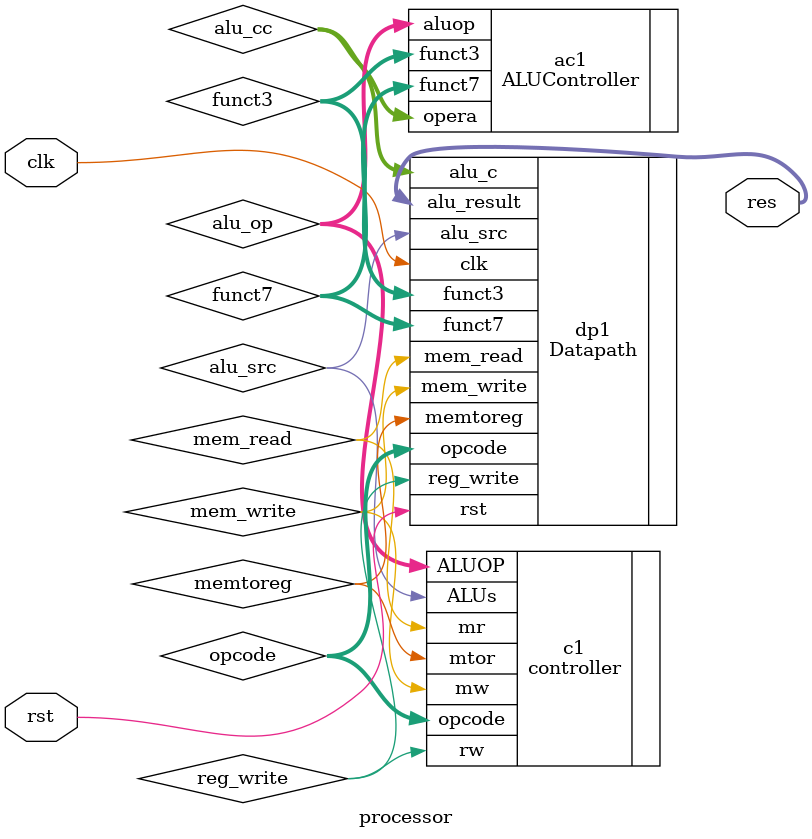
<source format=v>
`timescale 1ns / 1ps

module processor(
  input clk,rst,
  output [31:0] res
);
  wire reg_write,memtoreg,alu_src,mem_write,mem_read;
  wire[3:0] alu_cc;
  wire [6:0] opcode,funct7;
  wire[2:0] funct3;
  wire[1:0] alu_op;
  
  //datapath
  Datapath dp1(.clk(clk),.rst(rst),.reg_write(reg_write),.memtoreg(memtoreg),.alu_src(alu_src),.mem_write(mem_write),.mem_read(mem_read),.alu_c(alu_cc),.opcode(opcode),.funct7(funct7),.funct3(funct3),.alu_result(res));
  
  //controller
  controller c1(.opcode(opcode),.mtor(memtoreg),.mw(mem_write),.mr(mem_read),.ALUs(alu_src),.rw(reg_write),.ALUOP(alu_op));
  
  //controller
  
  ALUController ac1(.aluop(alu_op),.funct7(funct7),.funct3(funct3),.opera(alu_cc));
endmodule



</source>
